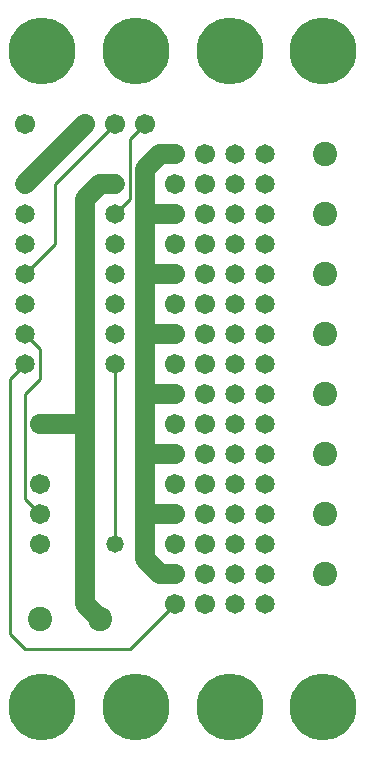
<source format=gtl>
%MOIN*%
%FSLAX25Y25*%
G04 D10 used for Character Trace; *
G04     Circle (OD=.01000) (No hole)*
G04 D11 used for Power Trace; *
G04     Circle (OD=.06700) (No hole)*
G04 D12 used for Signal Trace; *
G04     Circle (OD=.01100) (No hole)*
G04 D13 used for Via; *
G04     Circle (OD=.05800) (Round. Hole ID=.02800)*
G04 D14 used for Component hole; *
G04     Circle (OD=.06500) (Round. Hole ID=.03500)*
G04 D15 used for Component hole; *
G04     Circle (OD=.06700) (Round. Hole ID=.04300)*
G04 D16 used for Component hole; *
G04     Circle (OD=.08100) (Round. Hole ID=.05100)*
G04 D17 used for Component hole; *
G04     Circle (OD=.08900) (Round. Hole ID=.05900)*
G04 D18 used for Component hole; *
G04     Circle (OD=.11300) (Round. Hole ID=.08300)*
G04 D19 used for Component hole; *
G04     Circle (OD=.16000) (Round. Hole ID=.13000)*
G04 D20 used for Component hole; *
G04     Circle (OD=.18300) (Round. Hole ID=.15300)*
G04 D21 used for Component hole; *
G04     Circle (OD=.22291) (Round. Hole ID=.19291)*
%ADD10C,.01000*%
%ADD11C,.06700*%
%ADD12C,.01100*%
%ADD13C,.05800*%
%ADD14C,.06500*%
%ADD15C,.06700*%
%ADD16C,.08100*%
%ADD17C,.08900*%
%ADD18C,.11300*%
%ADD19C,.16000*%
%ADD20C,.18300*%
%ADD21C,.22291*%
%IPPOS*%
%LPD*%
G90*X0Y0D02*D21*X15625Y15625D03*D12*              
X10000Y35000D02*X45000D01*X60000Y50000D01*D15*D03*
X70000Y60000D03*Y50000D03*X60000Y60000D03*D11*    
X55000D01*X50000Y65000D01*Y80000D01*X60000D01*D15*
D03*X70000Y70000D03*Y90000D03*Y80000D03*          
X60000Y90000D03*D11*X50000Y80000D02*Y100000D01*   
X60000D01*D15*D03*X70000Y110000D03*D14*           
X50000Y105000D03*D11*Y100000D01*Y105000D02*       
Y120000D01*X60000D01*D15*D03*X70000Y130000D03*    
Y120000D03*X60000Y130000D03*D11*X50000Y120000D02* 
Y140000D01*X60000D01*D15*D03*X70000Y150000D03*    
Y140000D03*X60000Y150000D03*D11*X50000Y140000D02* 
Y160000D01*X60000D01*D15*D03*X70000Y170000D03*    
Y160000D03*X60000Y170000D03*D11*X50000Y160000D02* 
Y180000D01*X60000D01*D15*D03*X70000Y190000D03*    
Y180000D03*X60000Y190000D03*D11*X50000Y180000D02* 
Y195000D01*X55000Y200000D01*X60000D01*D15*D03*    
X50000Y210000D03*D12*X45000Y205000D01*Y185000D01* 
X40000Y180000D01*D14*D03*D11*X30000Y110000D02*    
Y185000D01*Y105000D02*Y110000D01*D14*Y105000D03*  
D11*Y50000D01*X35000Y45000D01*D16*D03*X15000D03*  
D12*X55000Y60000D02*X60000D01*D15*Y70000D03*D14*  
X80000Y80000D03*Y50000D03*D13*X40000Y70000D03*D12*
Y130000D01*D14*D03*Y140000D03*D15*                
X60000Y110000D03*D11*X15000D02*X30000D01*D15*     
X15000D03*D12*X10000Y85000D02*Y120000D01*         
X15000Y80000D02*X10000Y85000D01*D15*              
X15000Y80000D03*Y90000D03*Y70000D03*D12*          
X10000Y35000D02*X5000Y40000D01*Y125000D01*        
X10000Y130000D01*D14*D03*D12*Y120000D02*          
X15000Y125000D01*Y135000D01*X10000Y140000D01*D14* 
D03*Y150000D03*Y160000D03*D12*X20000Y170000D01*   
Y190000D01*X40000Y210000D01*D15*D03*X30000D03*D11*
X10000Y190000D01*D14*D03*Y180000D03*D11*          
X30000Y185000D02*X35000Y190000D01*X40000D01*D14*  
D03*Y170000D03*D15*X10000Y210000D03*D14*          
X40000Y160000D03*D15*X70000Y200000D03*D14*        
X10000Y170000D03*X80000Y150000D03*Y160000D03*     
Y170000D03*Y180000D03*Y190000D03*X40000Y150000D03*
X80000Y200000D03*D21*X78125Y234375D03*X46875D03*  
X15625D03*D14*X90000Y140000D03*Y150000D03*        
Y160000D03*Y170000D03*Y180000D03*Y190000D03*      
Y200000D03*X80000Y140000D03*Y130000D03*X90000D03* 
D16*X110000Y120000D03*Y140000D03*Y160000D03*      
Y180000D03*Y200000D03*D14*X80000Y120000D03*D21*   
X109375Y234375D03*D14*X90000Y120000D03*           
X80000Y110000D03*X90000D03*D15*X70000Y100000D03*  
D14*X80000D03*X90000D03*D16*X110000D03*D14*       
X80000Y90000D03*X90000D03*Y80000D03*D16*          
X110000D03*D14*X80000Y70000D03*X90000D03*         
X80000Y60000D03*X90000D03*D16*X110000D03*D14*     
X90000Y50000D03*D21*X46875Y15625D03*X78125D03*    
X109375D03*M02*                                   

</source>
